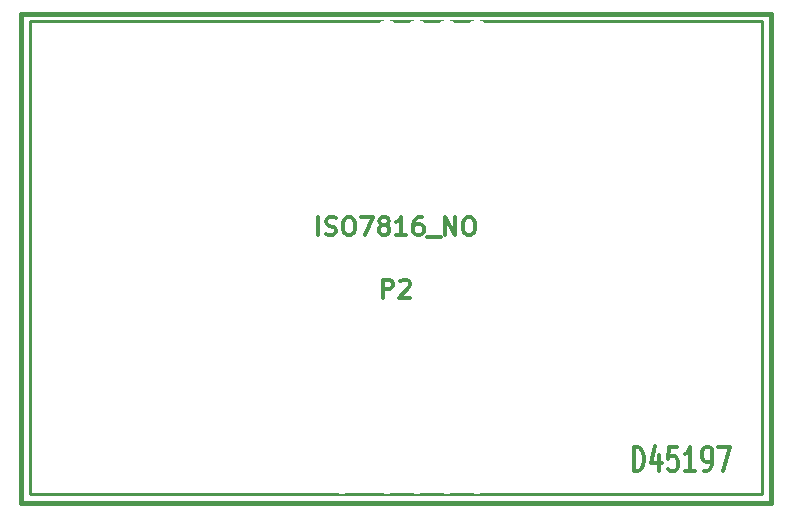
<source format=gto>
G04 (created by PCBNEW-RS274X (2011-07-02 BZR 3034)-testing) date Sat 25 Feb 2012 03:47:28 PM CET*
G01*
G70*
G90*
%MOIN*%
G04 Gerber Fmt 3.4, Leading zero omitted, Abs format*
%FSLAX34Y34*%
G04 APERTURE LIST*
%ADD10C,0.006000*%
%ADD11C,0.012000*%
%ADD12C,0.015000*%
%ADD13C,0.010000*%
%ADD14C,0.106600*%
%ADD15C,0.149900*%
%ADD16C,0.080000*%
G04 APERTURE END LIST*
G54D10*
G54D11*
X44216Y-35524D02*
X44216Y-34724D01*
X44359Y-34724D01*
X44444Y-34762D01*
X44502Y-34838D01*
X44530Y-34914D01*
X44559Y-35067D01*
X44559Y-35181D01*
X44530Y-35333D01*
X44502Y-35410D01*
X44444Y-35486D01*
X44359Y-35524D01*
X44216Y-35524D01*
X45073Y-34990D02*
X45073Y-35524D01*
X44930Y-34686D02*
X44787Y-35257D01*
X45159Y-35257D01*
X45673Y-34724D02*
X45387Y-34724D01*
X45358Y-35105D01*
X45387Y-35067D01*
X45444Y-35029D01*
X45587Y-35029D01*
X45644Y-35067D01*
X45673Y-35105D01*
X45701Y-35181D01*
X45701Y-35371D01*
X45673Y-35448D01*
X45644Y-35486D01*
X45587Y-35524D01*
X45444Y-35524D01*
X45387Y-35486D01*
X45358Y-35448D01*
X46272Y-35524D02*
X45929Y-35524D01*
X46101Y-35524D02*
X46101Y-34724D01*
X46044Y-34838D01*
X45986Y-34914D01*
X45929Y-34952D01*
X46557Y-35524D02*
X46672Y-35524D01*
X46729Y-35486D01*
X46757Y-35448D01*
X46815Y-35333D01*
X46843Y-35181D01*
X46843Y-34876D01*
X46815Y-34800D01*
X46786Y-34762D01*
X46729Y-34724D01*
X46615Y-34724D01*
X46557Y-34762D01*
X46529Y-34800D01*
X46500Y-34876D01*
X46500Y-35067D01*
X46529Y-35143D01*
X46557Y-35181D01*
X46615Y-35219D01*
X46729Y-35219D01*
X46786Y-35181D01*
X46815Y-35143D01*
X46843Y-35067D01*
X47043Y-34724D02*
X47443Y-34724D01*
X47186Y-35524D01*
G54D12*
X23800Y-20300D02*
X23800Y-36600D01*
X48800Y-20300D02*
X23800Y-20300D01*
X48800Y-36600D02*
X48800Y-20300D01*
X23800Y-36600D02*
X48800Y-36600D01*
G54D13*
X24095Y-20526D02*
X48505Y-20526D01*
X48505Y-20526D02*
X48505Y-36274D01*
X48505Y-36274D02*
X24095Y-36274D01*
X24095Y-36274D02*
X24095Y-20526D01*
G54D11*
X35858Y-29745D02*
X35858Y-29145D01*
X36086Y-29145D01*
X36144Y-29173D01*
X36172Y-29202D01*
X36201Y-29259D01*
X36201Y-29345D01*
X36172Y-29402D01*
X36144Y-29431D01*
X36086Y-29459D01*
X35858Y-29459D01*
X36429Y-29202D02*
X36458Y-29173D01*
X36515Y-29145D01*
X36658Y-29145D01*
X36715Y-29173D01*
X36744Y-29202D01*
X36772Y-29259D01*
X36772Y-29316D01*
X36744Y-29402D01*
X36401Y-29745D01*
X36772Y-29745D01*
X33701Y-27659D02*
X33701Y-27059D01*
X33958Y-27630D02*
X34044Y-27659D01*
X34187Y-27659D01*
X34244Y-27630D01*
X34273Y-27602D01*
X34301Y-27545D01*
X34301Y-27487D01*
X34273Y-27430D01*
X34244Y-27402D01*
X34187Y-27373D01*
X34073Y-27345D01*
X34015Y-27316D01*
X33987Y-27287D01*
X33958Y-27230D01*
X33958Y-27173D01*
X33987Y-27116D01*
X34015Y-27087D01*
X34073Y-27059D01*
X34215Y-27059D01*
X34301Y-27087D01*
X34672Y-27059D02*
X34786Y-27059D01*
X34844Y-27087D01*
X34901Y-27145D01*
X34929Y-27259D01*
X34929Y-27459D01*
X34901Y-27573D01*
X34844Y-27630D01*
X34786Y-27659D01*
X34672Y-27659D01*
X34615Y-27630D01*
X34558Y-27573D01*
X34529Y-27459D01*
X34529Y-27259D01*
X34558Y-27145D01*
X34615Y-27087D01*
X34672Y-27059D01*
X35130Y-27059D02*
X35530Y-27059D01*
X35273Y-27659D01*
X35844Y-27316D02*
X35786Y-27287D01*
X35758Y-27259D01*
X35729Y-27202D01*
X35729Y-27173D01*
X35758Y-27116D01*
X35786Y-27087D01*
X35844Y-27059D01*
X35958Y-27059D01*
X36015Y-27087D01*
X36044Y-27116D01*
X36072Y-27173D01*
X36072Y-27202D01*
X36044Y-27259D01*
X36015Y-27287D01*
X35958Y-27316D01*
X35844Y-27316D01*
X35786Y-27345D01*
X35758Y-27373D01*
X35729Y-27430D01*
X35729Y-27545D01*
X35758Y-27602D01*
X35786Y-27630D01*
X35844Y-27659D01*
X35958Y-27659D01*
X36015Y-27630D01*
X36044Y-27602D01*
X36072Y-27545D01*
X36072Y-27430D01*
X36044Y-27373D01*
X36015Y-27345D01*
X35958Y-27316D01*
X36643Y-27659D02*
X36300Y-27659D01*
X36472Y-27659D02*
X36472Y-27059D01*
X36415Y-27145D01*
X36357Y-27202D01*
X36300Y-27230D01*
X37157Y-27059D02*
X37043Y-27059D01*
X36986Y-27087D01*
X36957Y-27116D01*
X36900Y-27202D01*
X36871Y-27316D01*
X36871Y-27545D01*
X36900Y-27602D01*
X36928Y-27630D01*
X36986Y-27659D01*
X37100Y-27659D01*
X37157Y-27630D01*
X37186Y-27602D01*
X37214Y-27545D01*
X37214Y-27402D01*
X37186Y-27345D01*
X37157Y-27316D01*
X37100Y-27287D01*
X36986Y-27287D01*
X36928Y-27316D01*
X36900Y-27345D01*
X36871Y-27402D01*
X37328Y-27716D02*
X37785Y-27716D01*
X37928Y-27659D02*
X37928Y-27059D01*
X38271Y-27659D01*
X38271Y-27059D01*
X38671Y-27059D02*
X38785Y-27059D01*
X38843Y-27087D01*
X38900Y-27145D01*
X38928Y-27259D01*
X38928Y-27459D01*
X38900Y-27573D01*
X38843Y-27630D01*
X38785Y-27659D01*
X38671Y-27659D01*
X38614Y-27630D01*
X38557Y-27573D01*
X38528Y-27459D01*
X38528Y-27259D01*
X38557Y-27145D01*
X38614Y-27087D01*
X38671Y-27059D01*
%LPC*%
G54D14*
X24883Y-28400D03*
X47717Y-28400D03*
G54D15*
X24883Y-24463D03*
X24883Y-32337D03*
X47717Y-24463D03*
X47717Y-32337D03*
G54D16*
X39009Y-20900D03*
X38009Y-20900D03*
X37009Y-20900D03*
X36009Y-20900D03*
X39009Y-35900D03*
X38009Y-35900D03*
X37009Y-35900D03*
X36009Y-35900D03*
X34509Y-35900D03*
X34509Y-34900D03*
M02*

</source>
